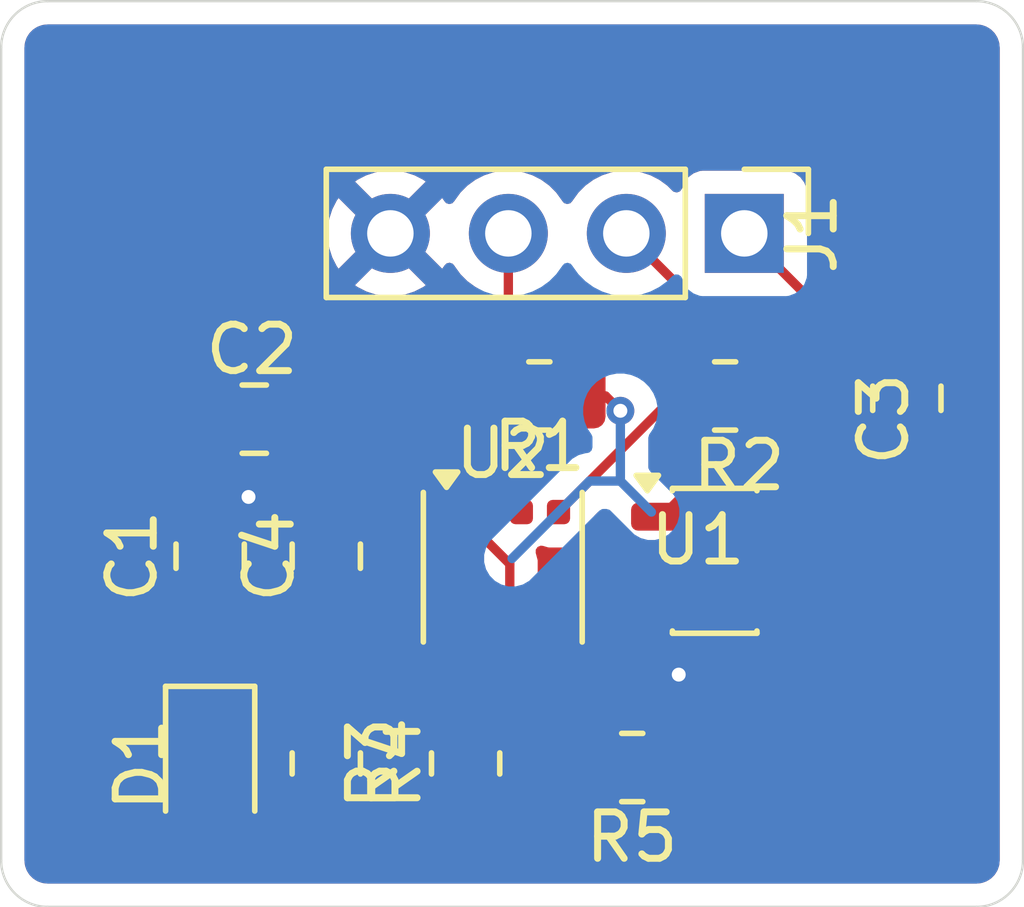
<source format=kicad_pcb>
(kicad_pcb (version 20241229) (generator "pcbnew") (generator_version "9.0")
  (layers (0 "F.Cu" signal) (2 "B.Cu" signal) (13 "F.Paste" user) (15 "B.Paste" user) (5 "F.SilkS" user "F.Silkscreen") (7 "B.SilkS" user "B.Silkscreen") (1 "F.Mask" user) (3 "B.Mask" user) (25 "Edge.Cuts" user))
  (net 0 "")
  (net 1 "GND")
  (net 2 "+3V3")
  (net 3 "VCC")
  (net 4 "Net-(D1-A)")
  (net 5 "/SCL")
  (net 6 "/SDA")
  (net 7 "Net-(U1-FB)")
  (footprint "Capacitor_SMD:C_0805_2012Metric" (layer "F.Cu") (at 137.5 65.45 90)
    (property "Reference" "C4" (at 0 -1.23 90) (layer "F.SilkS"))
    (property "Value" "C")
    (fp_line (start -0.261252 -0.735) (end 0.261252 -0.735) (stroke (width 0.12)) (layer "F.SilkS"))
    (fp_line (start -0.261252 0.735) (end 0.261252 0.735) (stroke (width 0.12)) (layer "F.SilkS"))
    (pad "1" smd roundrect (at -0.95 0 90) (size 1 1.45) (layers "F.Cu" "F.Mask" "F.Paste") (net 2 "+3V3"))
    (pad "2" smd roundrect (at 0.95 0 90) (size 1 1.45) (layers "F.Cu" "F.Mask" "F.Paste") (net 1 "GND"))
  )
  (footprint "Connector_PinHeader_2.54mm:PinHeader_1x04_P2.54mm_Vertical" (layer "F.Cu") (at 146.5 58.5 -90)
    (property "Reference" "J1" (at 0 -1.46 90) (layer "F.SilkS"))
    (property "Value" "Conn_01x04")
    (fp_line (start -1.38 9) (end 1.38 9) (stroke (width 0.12)) (layer "F.SilkS"))
    (fp_line (start -1.38 1.27) (end -1.38 9) (stroke (width 0.12)) (layer "F.SilkS"))
    (fp_line (start -1.38 1.27) (end 1.38 1.27) (stroke (width 0.12)) (layer "F.SilkS"))
    (fp_line (start 1.38 1.27) (end 1.38 9) (stroke (width 0.12)) (layer "F.SilkS"))
    (fp_line (start -1.38 0) (end -1.38 -1.38) (stroke (width 0.12)) (layer "F.SilkS"))
    (fp_line (start -1.38 -1.38) (end 0 -1.38) (stroke (width 0.12)) (layer "F.SilkS"))
    (pad "1" thru_hole rect (at 0 0 270) (size 1.7 1.7) (drill 1) (layers "*.Cu" "*.Mask") (net 3 "VCC"))
    (pad "2" thru_hole circle (at 0 2.54 270) (size 1.7 1.7) (drill 1) (layers "*.Cu" "*.Mask") (net 5 "/SCL"))
    (pad "3" thru_hole circle (at 0 5.08 270) (size 1.7 1.7) (drill 1) (layers "*.Cu" "*.Mask") (net 6 "/SDA"))
    (pad "4" thru_hole circle (at 0 7.62 270) (size 1.7 1.7) (drill 1) (layers "*.Cu" "*.Mask") (net 1 "GND"))
  )
  (footprint "Resistor_SMD:R_0805_2012Metric" (layer "F.Cu") (at 137.5 69.9125 -90)
    (property "Reference" "R3" (at 0 -1 90) (layer "F.SilkS"))
    (property "Value" "R")
    (fp_line (start -0.227064 0.735) (end 0.227064 0.735) (stroke (width 0.12)) (layer "F.SilkS"))
    (fp_line (start -0.227064 -0.735) (end 0.227064 -0.735) (stroke (width 0.12)) (layer "F.SilkS"))
    (pad "1" smd roundrect (at -0.9125 0 270) (size 1.025 1.4) (layers "F.Cu" "F.Mask" "F.Paste") (roundrect_rratio 0.243902) (net 2 "+3V3"))
    (pad "2" smd roundrect (at 0.9125 0 270) (size 1.025 1.4) (layers "F.Cu" "F.Mask" "F.Paste") (roundrect_rratio 0.243902) (net 4 "Net-(D1-A)"))
  )
  (footprint "Package_LGA:Bosch_LGA-8_3x3mm_P0.8mm_ClockwisePinNumbering" (layer "F.Cu") (at 141.3 65.6875)
    (property "Reference" "U2" (at 0 -2.45 0) (layer "F.SilkS"))
    (property "Value" "BME280")
    (fp_line (start -1.71 1.61) (end -1.71 -1.61) (stroke (width 0.12)) (layer "F.SilkS"))
    (fp_line (start 1.71 -1.61) (end 1.71 1.61) (stroke (width 0.12)) (layer "F.SilkS"))
    (fp_poly (pts (xy -1.21 -1.72) (xy -1.45 -2.05) (xy -0.97 -2.05)) (stroke (width 0.12)) (fill yes) (layer "F.SilkS"))
    (pad "1" smd roundrect (at -1.2 -1.1875) (size 0.5 0.525) (layers "F.Cu" "F.Mask" "F.Paste") (net 1 "GND"))
    (pad "2" smd roundrect (at -0.4 -1.1875) (size 0.5 0.525) (layers "F.Cu" "F.Mask" "F.Paste") (net 2 "+3V3"))
    (pad "3" smd roundrect (at 0.4 -1.1875) (size 0.5 0.525) (layers "F.Cu" "F.Mask" "F.Paste") (net 6 "/SDA"))
    (pad "4" smd roundrect (at 1.2 -1.1875) (size 0.5 0.525) (layers "F.Cu" "F.Mask" "F.Paste") (net 5 "/SCL"))
    (pad "5" smd roundrect (at 1.2 1.1875) (size 0.5 0.525) (layers "F.Cu" "F.Mask" "F.Paste") (net 1 "GND"))
    (pad "6" smd roundrect (at 0.4 1.1875) (size 0.5 0.525) (layers "F.Cu" "F.Mask" "F.Paste") (net 2 "+3V3"))
    (pad "7" smd roundrect (at -0.4 1.1875) (size 0.5 0.525) (layers "F.Cu" "F.Mask" "F.Paste") (net 1 "GND"))
    (pad "8" smd roundrect (at -1.2 1.1875) (size 0.5 0.525) (layers "F.Cu" "F.Mask" "F.Paste") (net 2 "+3V3"))
  )
  (footprint "Capacitor_SMD:C_0805_2012Metric" (layer "F.Cu") (at 150 62.05 -90)
    (property "Reference" "C3" (at 0.45 0.5 90) (layer "F.SilkS"))
    (property "Value" "C")
    (fp_line (start -0.261252 0.735) (end 0.261252 0.735) (stroke (width 0.12)) (layer "F.SilkS"))
    (fp_line (start -0.261252 -0.735) (end 0.261252 -0.735) (stroke (width 0.12)) (layer "F.SilkS"))
    (pad "1" smd roundrect (at -0.95 0 270) (size 1 1.45) (layers "F.Cu" "F.Mask" "F.Paste") (net 3 "VCC"))
    (pad "2" smd roundrect (at 0.95 0 270) (size 1 1.45) (layers "F.Cu" "F.Mask" "F.Paste") (net 1 "GND"))
  )
  (footprint "Capacitor_SMD:C_0805_2012Metric" (layer "F.Cu") (at 135 65.45 90)
    (property "Reference" "C1" (at 0 -1.68 90) (layer "F.SilkS"))
    (property "Value" "C")
    (fp_line (start -0.261252 -0.735) (end 0.261252 -0.735) (stroke (width 0.12)) (layer "F.SilkS"))
    (fp_line (start -0.261252 0.735) (end 0.261252 0.735) (stroke (width 0.12)) (layer "F.SilkS"))
    (pad "1" smd roundrect (at -0.95 0 90) (size 1 1.45) (layers "F.Cu" "F.Mask" "F.Paste") (net 2 "+3V3"))
    (pad "2" smd roundrect (at 0.95 0 90) (size 1 1.45) (layers "F.Cu" "F.Mask" "F.Paste") (net 1 "GND"))
  )
  (footprint "Resistor_SMD:R_0805_2012Metric" (layer "F.Cu") (at 140.5 69.9125 -90)
    (property "Reference" "R4" (at 0 1.5 90) (layer "F.SilkS"))
    (property "Value" "R")
    (fp_line (start -0.227064 0.735) (end 0.227064 0.735) (stroke (width 0.12)) (layer "F.SilkS"))
    (fp_line (start -0.227064 -0.735) (end 0.227064 -0.735) (stroke (width 0.12)) (layer "F.SilkS"))
    (pad "1" smd roundrect (at -0.9125 0 270) (size 1.025 1.4) (layers "F.Cu" "F.Mask" "F.Paste") (roundrect_rratio 0.243902) (net 2 "+3V3"))
    (pad "2" smd roundrect (at 0.9125 0 270) (size 1.025 1.4) (layers "F.Cu" "F.Mask" "F.Paste") (roundrect_rratio 0.243902) (net 7 "Net-(U1-FB)"))
  )
  (footprint "Resistor_SMD:R_0805_2012Metric" (layer "F.Cu") (at 146.0875 62 180)
    (property "Reference" "R2" (at -0.3 -1.5 0) (layer "F.SilkS"))
    (property "Value" "R")
    (fp_line (start -0.227064 0.735) (end 0.227064 0.735) (stroke (width 0.12)) (layer "F.SilkS"))
    (fp_line (start -0.227064 -0.735) (end 0.227064 -0.735) (stroke (width 0.12)) (layer "F.SilkS"))
    (pad "1" smd roundrect (at -0.9125 0 180) (size 1.025 1.4) (layers "F.Cu" "F.Mask" "F.Paste") (roundrect_rratio 0.243902) (net 2 "+3V3"))
    (pad "2" smd roundrect (at 0.9125 0 180) (size 1.025 1.4) (layers "F.Cu" "F.Mask" "F.Paste") (roundrect_rratio 0.243902) (net 5 "/SCL"))
  )
  (footprint "Resistor_SMD:R_0805_2012Metric" (layer "F.Cu") (at 144.0875 70 180)
    (property "Reference" "R5" (at 0.0075 -1.5 0) (layer "F.SilkS"))
    (property "Value" "R")
    (fp_line (start -0.227064 0.735) (end 0.227064 0.735) (stroke (width 0.12)) (layer "F.SilkS"))
    (fp_line (start -0.227064 -0.735) (end 0.227064 -0.735) (stroke (width 0.12)) (layer "F.SilkS"))
    (pad "1" smd roundrect (at -0.9125 0 180) (size 1.025 1.4) (layers "F.Cu" "F.Mask" "F.Paste") (roundrect_rratio 0.243902) (net 7 "Net-(U1-FB)"))
    (pad "2" smd roundrect (at 0.9125 0 180) (size 1.025 1.4) (layers "F.Cu" "F.Mask" "F.Paste") (roundrect_rratio 0.243902) (net 1 "GND"))
  )
  (footprint "LED_SMD:LED_0805_2012Metric" (layer "F.Cu") (at 135 69.9375 -90)
    (property "Reference" "D1" (at 0 1.5 90) (layer "F.SilkS"))
    (property "Value" "LED")
    (fp_line (start -1.685 0.96) (end 1 0.96) (stroke (width 0.12)) (layer "F.SilkS"))
    (fp_line (start -1.685 -0.96) (end -1.685 0.96) (stroke (width 0.12)) (layer "F.SilkS"))
    (fp_line (start 1 -0.96) (end -1.685 -0.96) (stroke (width 0.12)) (layer "F.SilkS"))
    (pad "1" smd roundrect (at -0.9375 0 270) (size 0.975 1.4) (layers "F.Cu" "F.Mask" "F.Paste") (net 1 "GND"))
    (pad "2" smd roundrect (at 0.9375 0 270) (size 0.975 1.4) (layers "F.Cu" "F.Mask" "F.Paste") (net 4 "Net-(D1-A)"))
  )
  (footprint "Capacitor_SMD:C_0805_2012Metric" (layer "F.Cu") (at 135.95 62.5)
    (property "Reference" "C2" (at -0.05 -1.5 0) (layer "F.SilkS"))
    (property "Value" "C")
    (fp_line (start -0.261252 -0.735) (end 0.261252 -0.735) (stroke (width 0.12)) (layer "F.SilkS"))
    (fp_line (start -0.261252 0.735) (end 0.261252 0.735) (stroke (width 0.12)) (layer "F.SilkS"))
    (pad "1" smd roundrect (at -0.95 0) (size 1 1.45) (layers "F.Cu" "F.Mask" "F.Paste") (net 2 "+3V3"))
    (pad "2" smd roundrect (at 0.95 0) (size 1 1.45) (layers "F.Cu" "F.Mask" "F.Paste") (net 1 "GND"))
  )
  (footprint "Resistor_SMD:R_0805_2012Metric" (layer "F.Cu") (at 142.0875 62 180)
    (property "Reference" "R1" (at 0 -1.0875 0) (layer "F.SilkS"))
    (property "Value" "R")
    (fp_line (start -0.227064 0.735) (end 0.227064 0.735) (stroke (width 0.12)) (layer "F.SilkS"))
    (fp_line (start -0.227064 -0.735) (end 0.227064 -0.735) (stroke (width 0.12)) (layer "F.SilkS"))
    (pad "1" smd roundrect (at -0.9125 0 180) (size 1.025 1.4) (layers "F.Cu" "F.Mask" "F.Paste") (roundrect_rratio 0.243902) (net 2 "+3V3"))
    (pad "2" smd roundrect (at 0.9125 0 180) (size 1.025 1.4) (layers "F.Cu" "F.Mask" "F.Paste") (roundrect_rratio 0.243902) (net 6 "/SDA"))
  )
  (footprint "Package_TO_SOT_SMD:SOT-23-6" (layer "F.Cu") (at 145.8625 65.55)
    (property "Reference" "U1" (at -0.3625 -0.45 0) (layer "F.SilkS"))
    (property "Value" "ADP3331ARTZ-REEL7")
    (fp_line (start -0.91 -1.56) (end 0.91 -1.56) (stroke (width 0.12)) (layer "F.SilkS"))
    (fp_line (start -0.91 -1.51) (end -0.91 -1.56) (stroke (width 0.12)) (layer "F.SilkS"))
    (fp_line (start -0.91 1.56) (end -0.91 1.51) (stroke (width 0.12)) (layer "F.SilkS"))
    (fp_line (start 0.91 -1.56) (end 0.91 -1.51) (stroke (width 0.12)) (layer "F.SilkS"))
    (fp_line (start 0.91 1.51) (end 0.91 1.56) (stroke (width 0.12)) (layer "F.SilkS"))
    (fp_line (start 0.91 1.56) (end -0.91 1.56) (stroke (width 0.12)) (layer "F.SilkS"))
    (fp_poly (pts (xy -1.45 -1.51) (xy -1.69 -1.84) (xy -1.21 -1.84)) (stroke (width 0.12)) (fill yes) (layer "F.SilkS"))
    (pad "1" smd roundrect (at -1.1375 -0.95) (size 1.325 0.6) (layers "F.Cu" "F.Mask" "F.Paste") (net 2 "+3V3"))
    (pad "2" smd roundrect (at -1.1375 0) (size 1.325 0.6) (layers "F.Cu" "F.Mask" "F.Paste") (net 3 "VCC"))
    (pad "3" smd roundrect (at -1.1375 0.95) (size 1.325 0.6) (layers "F.Cu" "F.Mask" "F.Paste"))
    (pad "4" smd roundrect (at 1.1375 0.95) (size 1.325 0.6) (layers "F.Cu" "F.Mask" "F.Paste") (net 1 "GND"))
    (pad "5" smd roundrect (at 1.1375 0) (size 1.325 0.6) (layers "F.Cu" "F.Mask" "F.Paste") (net 7 "Net-(U1-FB)"))
    (pad "6" smd roundrect (at 1.1375 -0.95) (size 1.325 0.6) (layers "F.Cu" "F.Mask" "F.Paste") (net 3 "VCC"))
  )
  (gr_line (start 151.5 73) (end 131.5 73) (stroke (width 0.05)) (layer "Edge.Cuts"))
  (gr_arc (start 152.5 72) (mid 152.207107 72.707107) (end 151.5 73) (stroke (width 0.05)) (layer "Edge.Cuts"))
  (gr_arc (start 151.5 53.5) (mid 152.207107 53.792893) (end 152.5 54.5) (stroke (width 0.05)) (layer "Edge.Cuts"))
  (gr_arc (start 131.5 73) (mid 130.792893 72.707107) (end 130.5 72) (stroke (width 0.05)) (layer "Edge.Cuts"))
  (gr_line (start 130.5 72) (end 130.5 54.5) (stroke (width 0.05)) (layer "Edge.Cuts"))
  (gr_line (start 152.5 54.5) (end 152.5 72) (stroke (width 0.05)) (layer "Edge.Cuts"))
  (gr_arc (start 130.5 54.5) (mid 130.792893 53.792893) (end 131.5 53.5) (stroke (width 0.05)) (layer "Edge.Cuts"))
  (gr_line (start 131.5 53.5) (end 151.5 53.5) (stroke (width 0.05)) (layer "Edge.Cuts"))
  (segment (start 136.9 62.5) (end 136.9 60.48) (width 0.2) (layer "F.Cu") (net 1))
  (segment (start 135 64.5) (end 135.5 64.5) (width 0.2) (layer "F.Cu") (net 1))
  (segment (start 143.175 70) (end 143.175 68) (width 0.2) (layer "F.Cu") (net 1))
  (segment (start 143.175 68) (end 145.0885 68) (width 0.2) (layer "F.Cu") (net 1))
  (segment (start 135 69) (end 133.974 67.974) (width 0.2) (layer "F.Cu") (net 1))
  (segment (start 150 64.162499) (end 150 63) (width 0.2) (layer "F.Cu") (net 1))
  (segment (start 135.5 64.5) (end 135.825735 64.174265) (width 0.2) (layer "F.Cu") (net 1))
  (segment (start 136.9 63.9) (end 137.5 64.5) (width 0.2) (layer "F.Cu") (net 1))
  (segment (start 147.662499 66.5) (end 150 64.162499) (width 0.2) (layer "F.Cu") (net 1))
  (segment (start 140.1 64.5) (end 140.1 66.006582) (width 0.2) (layer "F.Cu") (net 1))
  (segment (start 135.5 64.5) (end 135.96645 64.03355) (width 0.2) (layer "F.Cu") (net 1))
  (segment (start 136.9 62.5) (end 136.9 63.9) (width 0.2) (layer "F.Cu") (net 1))
  (segment (start 136.9 60.48) (end 138.88 58.5) (width 0.2) (layer "F.Cu") (net 1))
  (segment (start 140.1 66.006582) (end 140.9 66.806582) (width 0.2) (layer "F.Cu") (net 1))
  (segment (start 147 66.5) (end 147.662499 66.5) (width 0.2) (layer "F.Cu") (net 1))
  (segment (start 143.175 68) (end 143.175 67.55) (width 0.2) (layer "F.Cu") (net 1))
  (segment (start 133.974 67.974) (end 133.974 65.526) (width 0.2) (layer "F.Cu") (net 1))
  (segment (start 133.974 65.526) (end 135 64.5) (width 0.2) (layer "F.Cu") (net 1))
  (segment (start 143.175 67.55) (end 142.5 66.875) (width 0.2) (layer "F.Cu") (net 1))
  (segment (start 140.9 66.806582) (end 140.9 66.875) (width 0.2) (layer "F.Cu") (net 1))
  (segment (start 137.5 64.5) (end 140.1 64.5) (width 0.2) (layer "F.Cu") (net 1))
  (via (at 145.0885 68) (size 0.6) (drill 0.3) (layers "F.Cu" "B.Cu") (net 1))
  (via (at 135.825735 64.174265) (size 0.6) (drill 0.3) (layers "F.Cu" "B.Cu") (net 1))
  (segment (start 135.825735 64.174265) (end 136.825735 64.174265) (width 0.2) (layer "B.Cu") (net 1))
  (segment (start 136.825735 64.174265) (end 137 64) (width 0.2) (layer "B.Cu") (net 1))
  (segment (start 145.0885 68) (end 145.5 68) (width 0.2) (layer "B.Cu") (net 1))
  (segment (start 145.5 68) (end 147 66.5) (width 0.2) (layer "B.Cu") (net 1))
  (segment (start 136.474 63.974) (end 136.474 64.926) (width 0.2) (layer "F.Cu") (net 2))
  (segment (start 141.204918 67.4385) (end 141.451 67.192418) (width 0.2) (layer "F.Cu") (net 2))
  (segment (start 143.96645 62.45395) (end 143.831985 62.319485) (width 0.2) (layer "F.Cu") (net 2))
  (segment (start 140.1 66.875) (end 140.1 67.137499) (width 0.2) (layer "F.Cu") (net 2))
  (segment (start 140.1 66.875) (end 140.1 68.6) (width 0.2) (layer "F.Cu") (net 2))
  (segment (start 143.5125 62) (end 143.96645 62.45395) (width 0.2) (layer "F.Cu") (net 2))
  (segment (start 140.1 68.6) (end 140.5 69) (width 0.2) (layer "F.Cu") (net 2))
  (segment (start 140.401001 67.4385) (end 141.204918 67.4385) (width 0.2) (layer "F.Cu") (net 2))
  (segment (start 141.451 65.617418) (end 140.9 65.066418) (width 0.2) (layer "F.Cu") (net 2))
  (segment (start 136.474 64.926) (end 135 66.4) (width 0.2) (layer "F.Cu") (net 2))
  (segment (start 141.451 67.192418) (end 141.451 65.617418) (width 0.2) (layer "F.Cu") (net 2))
  (segment (start 143.96645 62.45395) (end 143.96645 62.46645) (width 0.2) (layer "F.Cu") (net 2))
  (segment (start 140.9 65.066418) (end 140.9 64.5) (width 0.2) (layer "F.Cu") (net 2))
  (segment (start 135 62.5) (end 136.474 63.974) (width 0.2) (layer "F.Cu") (net 2))
  (segment (start 144.725 64.6) (end 147 62.325) (width 0.2) (layer "F.Cu") (net 2))
  (segment (start 137.5 69) (end 137.5 66.4) (width 0.2) (layer "F.Cu") (net 2))
  (segment (start 140.1 67.137499) (end 140.401001 67.4385) (width 0.2) (layer "F.Cu") (net 2))
  (segment (start 147 62.325) (end 147 62) (width 0.2) (layer "F.Cu") (net 2))
  (segment (start 137.5 69) (end 140.5 69) (width 0.2) (layer "F.Cu") (net 2))
  (segment (start 143 62) (end 143.5125 62) (width 0.2) (layer "F.Cu") (net 2))
  (segment (start 135 66.4) (end 137.5 66.4) (width 0.2) (layer "F.Cu") (net 2))
  (via (at 143.831985 62.319485) (size 0.6) (drill 0.3) (layers "F.Cu" "B.Cu") (net 2))
  (segment (start 143.168015 63.831985) (end 141.5 65.5) (width 0.2) (layer "B.Cu") (net 2))
  (segment (start 143.831985 63.831985) (end 143.168015 63.831985) (width 0.2) (layer "B.Cu") (net 2))
  (segment (start 143.831985 63.831985) (end 144.5 64.5) (width 0.2) (layer "B.Cu") (net 2))
  (segment (start 143.831985 62.319485) (end 143.831985 63.831985) (width 0.2) (layer "B.Cu") (net 2))
  (segment (start 150 61.1) (end 147 64.1) (width 0.2) (layer "F.Cu") (net 3))
  (segment (start 146.5 58.5) (end 149.1 61.1) (width 0.2) (layer "F.Cu") (net 3))
  (segment (start 144.725 65.55) (end 145.695532 65.55) (width 0.2) (layer "F.Cu") (net 3))
  (segment (start 145.695532 65.55) (end 146.645532 64.6) (width 0.2) (layer "F.Cu") (net 3))
  (segment (start 149.1 61.1) (end 150 61.1) (width 0.2) (layer "F.Cu") (net 3))
  (segment (start 146.645532 64.6) (end 147 64.6) (width 0.2) (layer "F.Cu") (net 3))
  (segment (start 147 64.1) (end 147 64.6) (width 0.2) (layer "F.Cu") (net 3))
  (segment (start 135 70.875) (end 137.45 70.875) (width 0.2) (layer "F.Cu") (net 4))
  (segment (start 137.45 70.875) (end 137.5 70.825) (width 0.2) (layer "F.Cu") (net 4))
  (segment (start 143.96 58.5) (end 145.175 59.715) (width 0.2) (layer "F.Cu") (net 5))
  (segment (start 145.175 59.715) (end 145.175 62) (width 0.2) (layer "F.Cu") (net 5))
  (segment (start 142.5 64.5) (end 145 62) (width 0.2) (layer "F.Cu") (net 5))
  (segment (start 145 62) (end 145.175 62) (width 0.2) (layer "F.Cu") (net 5))
  (segment (start 141.42 58.5) (end 141.42 61.755) (width 0.2) (layer "F.Cu") (net 6))
  (segment (start 141.7 62.525) (end 141.7 64.5) (width 0.2) (layer "F.Cu") (net 6))
  (segment (start 141.175 62) (end 141.7 62.525) (width 0.2) (layer "F.Cu") (net 6))
  (segment (start 141.42 61.755) (end 141.175 62) (width 0.2) (layer "F.Cu") (net 6))
  (segment (start 146.337501 65.55) (end 145.6885 66.199001) (width 0.2) (layer "F.Cu") (net 7))
  (segment (start 145 70) (end 143.999 71.001) (width 0.2) (layer "F.Cu") (net 7))
  (segment (start 147 65.55) (end 146.337501 65.55) (width 0.2) (layer "F.Cu") (net 7))
  (segment (start 145.6885 69.3115) (end 145 70) (width 0.2) (layer "F.Cu") (net 7))
  (segment (start 145.6885 66.199001) (end 145.6885 69.3115) (width 0.2) (layer "F.Cu") (net 7))
  (segment (start 140.676 71.001) (end 140.5 70.825) (width 0.2) (layer "F.Cu") (net 7))
  (segment (start 143.999 71.001) (end 140.676 71.001) (width 0.2) (layer "F.Cu") (net 7))
  (zone (net 1) (net_name "GND") (layers "F.Cu" "B.Cu") (connect_pads (clearance 0.5)) (min_thickness 0.25) (fill yes (thermal_gap 0.5) (thermal_bridge_width 0.5))
    (polygon (pts (xy 130.5 53.5) (xy 152.5 53.5) (xy 152.5 73) (xy 130.5 73)))
  )
)
</source>
